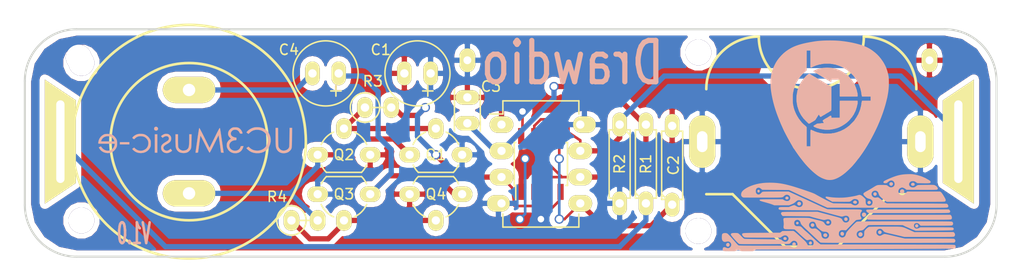
<source format=kicad_pcb>
(kicad_pcb (version 4) (host pcbnew "(after 2015-may-01 BZR unknown)-product")
  (layers (0 F.Cu signal) (31 B.Cu signal) (34 B.Paste user) (35 F.Paste user) (36 B.SilkS user) (37 F.SilkS user) (38 B.Mask user) (39 F.Mask user) (44 Edge.Cuts user))
  (net 0 "")
  (net 1 GND)
  (net 2 VCC)
  (net 3 "Net-(C4-Pad2)")
  (net 4 "Net-(C4-Pad1)")
  (net 5 "Net-(P1-Pad1)")
  (net 6 "Net-(P4-Pad2)")
  (net 7 "Net-(Q1-Pad2)")
  (net 8 "Net-(P3-Pad1)")
  (net 9 "Net-(P5-Pad1)")
  (net 10 "Net-(P6-Pad1)")
  (net 11 "Net-(P7-Pad1)")
  (net 12 /pin5)
  (net 13 /pin2)
  (net 14 /pin7)
  (net 15 /pin3)
  (net 16 "Net-(Q3-Pad2)")
  (module Mounting_Holes:MountingHole_2-5mm (layer F.Cu) (at 61.976 78.232)
    (fp_text reference P7 hide)
    (fp_text value CONN_01X01)
    (pad 1 thru_hole circle (at 0 0) (size 2.5 2.5) (drill 2.5) (layers) (net 11 "Net-(P7-Pad1)"))
  )
  (module drawdio:RS_mini_speaker_724-3100 (layer F.Cu) (at 72.644 86.36 90)
    (fp_text reference P4 hide)
    (fp_text value CONN_01X02)
    (pad 1 thru_hole oval (at 5 0 90) (size 2.54 5.08) (drill 1.2) (layers *.Cu *.Mask F.SilkS) (net 3 "Net-(C4-Pad2)"))
    (pad 2 thru_hole oval (at -5 0 90) (size 2.54 5.08) (drill 1.2) (layers *.Cu *.Mask F.SilkS) (net 6 "Net-(P4-Pad2)"))
  )
  (module Capacitors_Elko_ThroughHole:Elko_vert_11.2x6.3mm_RM2.5 (layer F.Cu) (at 96.012 79.756 180)
    (fp_text reference C1 (at 4.826 2.286 180) (layer F.SilkS))
    (fp_text value CP)
    (fp_line (start 0.26924 -1.69926) (end 0.76962 -1.69926) (layer F.Cu) (width 0.15))
    (fp_line (start 0.26924 -1.69926) (end 0.26924 -2.19964) (layer F.Cu) (width 0.15))
    (fp_line (start -0.23114 -1.69926) (end 0.26924 -1.69926) (layer F.Cu) (width 0.15))
    (fp_line (start 0.26924 -1.69926) (end 0.26924 -1.30048) (layer F.Cu) (width 0.15))
    (fp_line (start 0.26924 -1.30048) (end 0.26924 -1.19888) (layer F.Cu) (width 0.15))
    (pad 2 thru_hole oval (at 2.54 0 180) (size 1.397 2.3) (drill 0.8128) (layers *.Cu *.Mask F.SilkS) (net 1 GND))
    (pad 1 thru_hole oval (at 0 0 180) (size 1.397 2.3) (drill 0.8128) (layers *.Cu *.Mask F.SilkS) (net 2 VCC))
  )
  (module Capacitors_ThroughHole:C_Rect_L4_W2.5_P2.5 (layer F.Cu) (at 99.568 84.582 90)
    (fp_text reference C3 (at 3.556 2.286 180) (layer F.SilkS))
    (fp_text value C)
    (pad 1 thru_hole oval (at 0 0 90) (size 1.397 2.3) (drill 0.8128) (layers *.Cu *.Mask F.SilkS) (net 13 /pin2))
    (pad 2 thru_hole oval (at 2.5 0 90) (size 1.397 2.3) (drill 0.8128) (layers *.Cu *.Mask F.SilkS) (net 1 GND))
  )
  (module Capacitors_Elko_ThroughHole:Elko_vert_11.2x6.3mm_RM2.5 (layer F.Cu) (at 87.122 79.756 180)
    (fp_text reference C4 (at 4.826 2.286 180) (layer F.SilkS))
    (fp_text value CP)
    (fp_line (start 0.26924 -1.69926) (end 0.76962 -1.69926) (layer F.Cu) (width 0.15))
    (fp_line (start 0.26924 -1.69926) (end 0.26924 -2.19964) (layer F.Cu) (width 0.15))
    (fp_line (start -0.23114 -1.69926) (end 0.26924 -1.69926) (layer F.Cu) (width 0.15))
    (fp_line (start 0.26924 -1.69926) (end 0.26924 -1.30048) (layer F.Cu) (width 0.15))
    (fp_line (start 0.26924 -1.30048) (end 0.26924 -1.19888) (layer F.Cu) (width 0.15))
    (pad 2 thru_hole oval (at 2.54 0 180) (size 1.397 2.3) (drill 0.8128) (layers *.Cu *.Mask F.SilkS) (net 3 "Net-(C4-Pad2)"))
    (pad 1 thru_hole oval (at 0 0 180) (size 1.397 2.3) (drill 0.8128) (layers *.Cu *.Mask F.SilkS) (net 4 "Net-(C4-Pad1)"))
  )
  (module Discret:R3 (layer F.Cu) (at 116.84 88.519 90)
    (fp_text reference R1 (at 0 0 90) (layer F.SilkS))
    (fp_text value R)
    (pad 1 thru_hole oval (at -3.81 0 90) (size 2.3 1.397) (drill 0.8128) (layers *.Cu *.Mask F.SilkS) (net 5 "Net-(P1-Pad1)"))
    (pad 2 thru_hole oval (at 3.81 0 90) (size 2.3 1.397) (drill 0.8128) (layers *.Cu *.Mask F.SilkS) (net 13 /pin2))
  )
  (module Discret:R3 (layer F.Cu) (at 114.3 88.519 270)
    (fp_text reference R2 (at 0 0 270) (layer F.SilkS))
    (fp_text value R)
    (pad 1 thru_hole oval (at -3.81 0 270) (size 2.3 1.397) (drill 0.8128) (layers *.Cu *.Mask F.SilkS) (net 14 /pin7))
    (pad 2 thru_hole oval (at 3.81 0 270) (size 2.3 1.397) (drill 0.8128) (layers *.Cu *.Mask F.SilkS) (net 2 VCC))
  )
  (module Housings_DIP:DIP-8_W7.62mm_LongPads (layer F.Cu) (at 102.87 84.709)
    (fp_text reference U1 hide)
    (fp_text value LM555N)
    (pad 1 thru_hole oval (at 0 0) (size 2.3 1.6) (drill 0.8) (layers *.Cu *.Mask F.SilkS) (net 1 GND))
    (pad 2 thru_hole oval (at 0 2.54) (size 2.3 1.6) (drill 0.8) (layers *.Cu *.Mask F.SilkS) (net 13 /pin2))
    (pad 3 thru_hole oval (at 0 5.08) (size 2.3 1.6) (drill 0.8) (layers *.Cu *.Mask F.SilkS) (net 15 /pin3))
    (pad 4 thru_hole oval (at 0 7.62) (size 2.2 1.6) (drill 0.8 (offset -0.3 0)) (layers *.Cu *.Mask F.SilkS) (net 2 VCC))
    (pad 5 thru_hole oval (at 7.62 7.62) (size 2.3 1.6) (drill 0.8) (layers *.Cu *.Mask F.SilkS) (net 12 /pin5))
    (pad 6 thru_hole oval (at 7.62 5.08) (size 2.3 1.6) (drill 0.8) (layers *.Cu *.Mask F.SilkS) (net 13 /pin2))
    (pad 7 thru_hole oval (at 7.62 2.54) (size 2.3 1.6) (drill 0.8) (layers *.Cu *.Mask F.SilkS) (net 14 /pin7))
    (pad 8 thru_hole oval (at 7.62 0) (size 2.2 1.6) (drill 0.8 (offset 0.4 0)) (layers *.Cu *.Mask F.SilkS) (net 2 VCC))
  )
  (module Discret:R3 (layer F.Cu) (at 119.38 88.646 90)
    (fp_text reference C2 (at 0 0.127 90) (layer F.SilkS))
    (fp_text value C)
    (pad 1 thru_hole oval (at -3.81 0 90) (size 2.3 1.397) (drill 0.8128) (layers *.Cu *.Mask F.SilkS) (net 12 /pin5))
    (pad 2 thru_hole oval (at 3.81 0 90) (size 2.3 1.397) (drill 0.8128) (layers *.Cu *.Mask F.SilkS) (net 1 GND))
  )
  (module Housings_TO-92:TO-92_Molded_Wide_Oval (layer F.Cu) (at 93.98 87.63)
    (fp_text reference Q1 (at 2.54 0) (layer F.SilkS))
    (fp_text value BC558)
    (pad 2 thru_hole oval (at 2.54 -2.54 90) (size 1.99898 1.50114) (drill 0.8) (layers *.Cu *.Mask F.SilkS) (net 7 "Net-(Q1-Pad2)"))
    (pad 1 thru_hole oval (at 0 0 90) (size 1.50114 1.99898) (drill 0.8) (layers *.Cu *.Mask F.SilkS) (net 6 "Net-(P4-Pad2)"))
    (pad 3 thru_hole oval (at 5.08 0 90) (size 1.50114 1.99898) (drill 0.8) (layers *.Cu *.Mask F.SilkS) (net 2 VCC))
  )
  (module Housings_TO-92:TO-92_Molded_Wide_Oval (layer F.Cu) (at 85.09 87.63)
    (fp_text reference Q2 (at 2.54 0) (layer F.SilkS))
    (fp_text value BC547)
    (pad 2 thru_hole oval (at 2.54 -2.54 90) (size 1.99898 1.50114) (drill 0.8) (layers *.Cu *.Mask F.SilkS) (net 7 "Net-(Q1-Pad2)"))
    (pad 1 thru_hole oval (at 0 0 90) (size 1.50114 1.99898) (drill 0.8) (layers *.Cu *.Mask F.SilkS) (net 6 "Net-(P4-Pad2)"))
    (pad 3 thru_hole oval (at 5.08 0 90) (size 1.50114 1.99898) (drill 0.8) (layers *.Cu *.Mask F.SilkS) (net 1 GND))
  )
  (module Housings_TO-92:TO-92_Molded_Wide_Oval (layer F.Cu) (at 90.17 91.44 180)
    (fp_text reference Q3 (at 2.54 0 180) (layer F.SilkS))
    (fp_text value BC558)
    (pad 2 thru_hole oval (at 2.54 -2.54 270) (size 1.99898 1.50114) (drill 0.8) (layers *.Cu *.Mask F.SilkS) (net 16 "Net-(Q3-Pad2)"))
    (pad 1 thru_hole oval (at 0 0 270) (size 1.50114 1.99898) (drill 0.8) (layers *.Cu *.Mask F.SilkS) (net 4 "Net-(C4-Pad1)"))
    (pad 3 thru_hole oval (at 5.08 0 270) (size 1.50114 1.99898) (drill 0.8) (layers *.Cu *.Mask F.SilkS) (net 2 VCC))
  )
  (module Housings_TO-92:TO-92_Molded_Wide_Oval (layer F.Cu) (at 99.06 91.44 180)
    (fp_text reference Q4 (at 2.54 0 180) (layer F.SilkS))
    (fp_text value BC547)
    (pad 2 thru_hole oval (at 2.54 -2.54 270) (size 1.99898 1.50114) (drill 0.8) (layers *.Cu *.Mask F.SilkS) (net 16 "Net-(Q3-Pad2)"))
    (pad 1 thru_hole oval (at 0 0 270) (size 1.50114 1.99898) (drill 0.8) (layers *.Cu *.Mask F.SilkS) (net 4 "Net-(C4-Pad1)"))
    (pad 3 thru_hole oval (at 5.08 0 270) (size 1.50114 1.99898) (drill 0.8) (layers *.Cu *.Mask F.SilkS) (net 1 GND))
  )
  (module drawdio:CR2025_Keystone_3002_button_cell_holder_SMT (layer F.Cu) (at 132.842 86.36)
    (fp_text reference BT1 hide)
    (fp_text value BATTERY)
    (pad 1 thru_hole oval (at 10.5537 0) (size 2.54 5.08) (drill oval 1.016 2.032) (layers *.Cu *.Mask F.SilkS) (net 2 VCC))
    (pad 2 smd circle (at 0 0) (size 10 10) (layers F.Cu F.Paste F.Mask) (net 1 GND) (thermal_gap 4))
    (pad 1 thru_hole oval (at -10.5537 0) (size 2.54 5.08) (drill oval 1.016 2.032) (layers *.Cu *.Mask F.SilkS) (net 2 VCC))
  )
  (module Mounting_Holes:MountingHole_2-5mm (layer F.Cu) (at 121.92 94.996 90)
    (fp_text reference P3 hide)
    (fp_text value CONN_01X01)
    (pad 1 thru_hole circle (at 0 0 90) (size 2.5 2.5) (drill 2.5) (layers) (net 8 "Net-(P3-Pad1)"))
  )
  (module Mounting_Holes:MountingHole_2-5mm (layer F.Cu) (at 121.92 77.724)
    (fp_text reference P5 hide)
    (fp_text value CONN_01X01)
    (pad 1 thru_hole circle (at 0 0) (size 2.5 2.5) (drill 2.5) (layers) (net 9 "Net-(P5-Pad1)"))
  )
  (module Mounting_Holes:MountingHole_2-5mm (layer F.Cu) (at 62.23 93.98)
    (fp_text reference P6 hide)
    (fp_text value CONN_01X01)
    (pad 1 thru_hole circle (at 0 0) (size 2.5 2.5) (drill 2.5) (layers) (net 10 "Net-(P6-Pad1)"))
  )
  (module Mounting_Holes:MountingHole_2-5mm (layer F.Cu) (at 62.23 78.74)
    (fp_text reference P7 hide)
    (fp_text value CONN_01X01)
    (pad 1 thru_hole circle (at 0 0) (size 2.5 2.5) (drill 2.5) (layers) (net 11 "Net-(P7-Pad1)"))
  )
  (module drawdio:Drawdio_conn (layer F.Cu) (at 60.198 86.36 270)
    (fp_text reference P1 hide)
    (fp_text value CONN_01X01)
    (pad 1 thru_hole trapezoid (at 0 0 270) (size 10 3) (rect_delta 0 2) (drill oval 8 0.8) (layers *.Cu *.Mask F.SilkS) (net 5 "Net-(P1-Pad1)"))
  )
  (module drawdio:Drawdio_conn (layer F.Cu) (at 147.066 86.36 90)
    (fp_text reference P2 hide)
    (fp_text value CONN_01X01)
    (pad 1 thru_hole trapezoid (at 0 0 90) (size 10 3) (rect_delta 0 2) (drill oval 8 0.8) (layers *.Cu *.Mask F.SilkS) (net 14 /pin7))
  )
  (module Housings_SOIC:SOIC-8_3.9x4.9mm_Pitch1.27mm (layer F.Cu) (at 106.68 88.519 90)
    (fp_text reference P9 hide)
    (fp_text value CONN_02X04)
    (pad 1 smd rect (at -2.7 -1.905 90) (size 1.55 0.6) (layers F.Cu F.Paste F.Mask) (net 1 GND))
    (pad 2 smd rect (at -2.7 -0.635 90) (size 1.55 0.6) (layers F.Cu F.Paste F.Mask) (net 13 /pin2))
    (pad 3 smd rect (at -2.7 0.635 90) (size 1.55 0.6) (layers F.Cu F.Paste F.Mask) (net 15 /pin3))
    (pad 4 smd rect (at -2.7 1.905 90) (size 1.55 0.6) (layers F.Cu F.Paste F.Mask) (net 2 VCC))
    (pad 5 smd rect (at 2.7 1.905 90) (size 1.55 0.6) (layers F.Cu F.Paste F.Mask) (net 12 /pin5))
    (pad 6 smd rect (at 2.7 0.635 90) (size 1.55 0.6) (layers F.Cu F.Paste F.Mask) (net 13 /pin2))
    (pad 7 smd rect (at 2.7 -0.635 90) (size 1.55 0.6) (layers F.Cu F.Paste F.Mask) (net 14 /pin7))
    (pad 8 smd rect (at 2.7 -1.905 90) (size 1.55 0.6) (layers F.Cu F.Paste F.Mask) (net 2 VCC))
  )
  (module Discret:R1 (layer F.Cu) (at 90.932 83.058)
    (fp_text reference R3 (at -0.508 -2.54) (layer F.SilkS))
    (fp_text value R)
    (pad 1 thru_hole oval (at -1.27 0) (size 1.5 2) (drill 0.8128) (layers *.Cu *.Mask F.SilkS) (net 7 "Net-(Q1-Pad2)"))
    (pad 2 thru_hole oval (at 1.27 0) (size 1.5 2) (drill 0.8128) (layers *.Cu *.Mask F.SilkS) (net 15 /pin3))
  )
  (module Discret:R1 (layer F.Cu) (at 83.82 93.98)
    (fp_text reference R4 (at -2.667 -2.286) (layer F.SilkS))
    (fp_text value R)
    (pad 1 thru_hole oval (at -1.27 0) (size 1.5 2) (drill 0.8128) (layers *.Cu *.Mask F.SilkS) (net 16 "Net-(Q3-Pad2)"))
    (pad 2 thru_hole oval (at 1.27 0) (size 1.5 2) (drill 0.8128) (layers *.Cu *.Mask F.SilkS) (net 6 "Net-(P4-Pad2)"))
  )
  (module drawdio:AAA_cell_holder (layer F.Cu) (at 121.92 78.486)
    (fp_text reference P10 hide)
    (fp_text value CONN_01X02)
    (pad 1 thru_hole oval (at 22.35 0 90) (size 2.3 1.524) (drill 0.762) (layers *.Cu *.Mask F.SilkS) (net 1 GND))
    (pad 2 thru_hole oval (at -22.35 0 90) (size 2.3 1.524) (drill 0.762) (layers *.Cu *.Mask F.SilkS) (net 2 VCC))
  )
  (module uc3music_logos:logo_guitar_22.5x7.7mm_mirror (layer B.Cu) (at 135.636 92.964 180)
    (fp_text reference G*** hide)
    (fp_text value LOGO hide)
  )
  (module uc3music_logos:logo_pick_15x15mm (layer B.Cu) (at 134.62 83.312 180)
    (fp_text reference G*** hide)
    (fp_text value LOGO hide)
  )
  (module uc3music_logos:logo_text_20x3.5mm (layer B.Cu) (at 73.152 86.36 180)
    (fp_text reference G*** hide)
    (fp_text value LOGO hide)
  )
  (gr_text V1.0 (at 67.31 95.25) (layer B.SilkS) (effects (font (size 2 1) (thickness 0.25)) (justify mirror)))
  (gr_text Drawdio (at 109.728 78.74) (layer B.SilkS) (effects (font (size 4 3) (thickness 0.5)) (justify mirror)))
  (gr_line (start 61.759 75.487) (end 145.759 75.487) (angle 90) (layer Edge.Cuts) (width 0.2))
  (gr_line (start 150.759 80.487) (end 150.759 92.487) (angle 90) (layer Edge.Cuts) (width 0.2))
  (gr_line (start 145.759 97.487) (end 61.759 97.487) (angle 90) (layer Edge.Cuts) (width 0.2))
  (gr_line (start 56.759 92.487) (end 56.759 80.487) (angle 90) (layer Edge.Cuts) (width 0.2))
  (gr_arc (start 145.759 80.487) (end 145.759 75.487) (angle 90) (layer Edge.Cuts) (width 0.2))
  (gr_arc (start 145.759 92.487) (end 150.759 92.487) (angle 90) (layer Edge.Cuts) (width 0.2))
  (gr_arc (start 61.759 92.487) (end 61.759 97.487) (angle 90) (layer Edge.Cuts) (width 0.2))
  (gr_arc (start 61.759 80.487) (end 56.759 80.487) (angle 90) (layer Edge.Cuts) (width 0.2))
  (segment (start 104.775 91.219) (end 105.156 90.838) (width 0.254) (layer F.Cu) (net 1))
  (via (at 104.648 93.853) (size 0.889) (layers F.Cu B.Cu) (net 1))
  (segment (start 105.156 93.345) (end 104.648 93.853) (width 0.254) (layer B.Cu) (net 1))
  (segment (start 105.156 88.011) (end 105.156 93.345) (width 0.254) (layer B.Cu) (net 1))
  (via (at 105.156 88.011) (size 0.889) (layers F.Cu B.Cu) (net 1))
  (segment (start 105.156 90.838) (end 105.156 88.011) (width 0.254) (layer F.Cu) (net 1))
  (segment (start 104.775 85.819) (end 104.902 85.692) (width 0.254) (layer F.Cu) (net 2))
  (segment (start 104.902 85.692) (end 104.902 83.439) (width 0.254) (layer F.Cu) (net 2))
  (via (at 104.902 83.439) (size 0.889) (layers F.Cu B.Cu) (net 2))
  (segment (start 108.585 91.219) (end 108.458 91.346) (width 0.254) (layer F.Cu) (net 2))
  (segment (start 108.458 91.346) (end 108.458 92.075) (width 0.254) (layer F.Cu) (net 2))
  (segment (start 108.458 92.075) (end 106.68 93.853) (width 0.254) (layer F.Cu) (net 2))
  (via (at 106.68 93.853) (size 0.889) (layers F.Cu B.Cu) (net 2))
  (segment (start 72.644 81.36) (end 82.978 81.36) (width 0.508) (layer B.Cu) (net 3))
  (segment (start 82.978 81.36) (end 84.582 79.756) (width 0.508) (layer B.Cu) (net 3))
  (segment (start 89.408 80.01) (end 90.932 81.534) (width 0.508) (layer B.Cu) (net 4))
  (segment (start 89.408 80.01) (end 88.9 80.01) (width 0.508) (layer B.Cu) (net 4))
  (segment (start 87.376 80.01) (end 88.9 80.01) (width 0.508) (layer B.Cu) (net 4))
  (segment (start 92.202 89.408) (end 90.17 91.44) (width 0.508) (layer B.Cu) (net 4))
  (segment (start 92.202 87.122) (end 92.202 89.408) (width 0.508) (layer B.Cu) (net 4))
  (segment (start 90.932 85.852) (end 92.202 87.122) (width 0.508) (layer B.Cu) (net 4))
  (segment (start 90.932 85.598) (end 90.932 85.852) (width 0.508) (layer B.Cu) (net 4))
  (segment (start 90.932 81.534) (end 90.932 85.598) (width 0.508) (layer B.Cu) (net 4))
  (segment (start 87.376 80.01) (end 87.122 79.756) (width 0.508) (layer B.Cu) (net 4))
  (segment (start 91.948 89.662) (end 90.17 91.44) (width 0.508) (layer F.Cu) (net 4))
  (segment (start 98.298 91.44) (end 96.52 89.662) (width 0.508) (layer F.Cu) (net 4))
  (segment (start 96.52 89.662) (end 91.948 89.662) (width 0.508) (layer F.Cu) (net 4))
  (segment (start 99.06 91.44) (end 98.298 91.44) (width 0.508) (layer F.Cu) (net 4))
  (segment (start 60.198 86.36) (end 70.358 96.52) (width 0.508) (layer B.Cu) (net 5))
  (segment (start 116.84 93.98) (end 116.84 92.329) (width 0.508) (layer B.Cu) (net 5))
  (segment (start 114.3 96.52) (end 116.84 93.98) (width 0.508) (layer B.Cu) (net 5))
  (segment (start 70.358 96.52) (end 114.3 96.52) (width 0.508) (layer B.Cu) (net 5))
  (segment (start 116.84 92.329) (end 116.84 92.837) (width 0.508) (layer B.Cu) (net 5))
  (segment (start 82.47 91.36) (end 72.644 91.36) (width 0.508) (layer B.Cu) (net 6))
  (segment (start 85.09 87.63) (end 87.63 87.63) (width 0.508) (layer F.Cu) (net 6))
  (segment (start 92.456 86.106) (end 93.98 87.63) (width 0.508) (layer F.Cu) (net 6))
  (segment (start 89.154 86.106) (end 92.456 86.106) (width 0.508) (layer F.Cu) (net 6))
  (segment (start 87.63 87.63) (end 89.154 86.106) (width 0.508) (layer F.Cu) (net 6))
  (segment (start 82.47 91.36) (end 85.09 88.74) (width 0.508) (layer B.Cu) (net 6))
  (segment (start 85.09 88.74) (end 85.09 87.63) (width 0.508) (layer B.Cu) (net 6))
  (segment (start 82.47 91.36) (end 85.09 93.98) (width 0.508) (layer B.Cu) (net 6))
  (segment (start 71.12 91.36) (end 71.12 91.186) (width 0.508) (layer B.Cu) (net 6))
  (segment (start 89.662 83.058) (end 87.63 85.09) (width 0.508) (layer F.Cu) (net 7))
  (segment (start 96.52 85.09) (end 90.678 85.09) (width 0.508) (layer F.Cu) (net 7))
  (segment (start 90.678 85.09) (end 87.63 85.09) (width 0.508) (layer F.Cu) (net 7))
  (segment (start 119.38 92.456) (end 117.348 94.488) (width 0.508) (layer F.Cu) (net 12))
  (segment (start 112.649 94.488) (end 110.49 92.329) (width 0.508) (layer F.Cu) (net 12))
  (segment (start 117.348 94.488) (end 112.649 94.488) (width 0.508) (layer F.Cu) (net 12))
  (segment (start 108.585 85.819) (end 108.458 85.946) (width 0.254) (layer F.Cu) (net 12))
  (segment (start 108.458 85.946) (end 108.458 88.011) (width 0.254) (layer F.Cu) (net 12))
  (via (at 108.458 88.011) (size 0.889) (layers F.Cu B.Cu) (net 12))
  (segment (start 108.458 88.011) (end 108.458 93.853) (width 0.254) (layer B.Cu) (net 12))
  (via (at 108.458 93.853) (size 0.889) (layers F.Cu B.Cu) (net 12))
  (segment (start 108.458 93.853) (end 108.966 93.853) (width 0.254) (layer F.Cu) (net 12))
  (segment (start 108.966 93.853) (end 110.49 92.329) (width 0.254) (layer F.Cu) (net 12))
  (segment (start 108.712 89.789) (end 106.426 89.789) (width 0.254) (layer F.Cu) (net 13))
  (segment (start 106.426 89.789) (end 106.045 90.17) (width 0.254) (layer F.Cu) (net 13))
  (segment (start 110.49 89.789) (end 108.712 89.789) (width 0.254) (layer F.Cu) (net 13))
  (segment (start 108.712 89.789) (end 107.315 88.392) (width 0.254) (layer F.Cu) (net 13))
  (segment (start 114.3 89.789) (end 116.84 87.249) (width 0.508) (layer F.Cu) (net 13))
  (segment (start 110.49 89.789) (end 114.3 89.789) (width 0.508) (layer F.Cu) (net 13))
  (segment (start 102.235 87.249) (end 99.568 84.582) (width 0.508) (layer B.Cu) (net 13))
  (segment (start 116.84 84.709) (end 116.713 84.709) (width 0.508) (layer F.Cu) (net 13))
  (segment (start 116.713 84.709) (end 113.03 81.026) (width 0.508) (layer F.Cu) (net 13))
  (segment (start 113.03 81.026) (end 107.95 81.026) (width 0.508) (layer F.Cu) (net 13))
  (segment (start 106.045 90.17) (end 106.045 91.219) (width 0.254) (layer F.Cu) (net 13))
  (segment (start 107.315 88.392) (end 107.315 85.819) (width 0.254) (layer F.Cu) (net 13))
  (segment (start 116.84 87.249) (end 116.84 84.709) (width 0.508) (layer F.Cu) (net 13))
  (segment (start 102.87 87.249) (end 102.235 87.249) (width 0.508) (layer B.Cu) (net 13))
  (segment (start 107.95 82.169) (end 102.87 87.249) (width 0.508) (layer B.Cu) (net 13))
  (segment (start 107.95 81.026) (end 107.95 82.169) (width 0.508) (layer B.Cu) (net 13))
  (via (at 107.95 81.026) (size 0.889) (layers F.Cu B.Cu) (net 13))
  (segment (start 110.49 87.249) (end 110.49 86.233) (width 0.254) (layer F.Cu) (net 14))
  (segment (start 110.49 86.233) (end 109.347 85.471) (width 0.254) (layer F.Cu) (net 14))
  (segment (start 111.76 87.249) (end 113.03 87.249) (width 0.508) (layer F.Cu) (net 14))
  (segment (start 113.03 87.249) (end 114.3 85.979) (width 0.508) (layer F.Cu) (net 14))
  (segment (start 110.49 87.249) (end 111.76 87.249) (width 0.508) (layer F.Cu) (net 14))
  (segment (start 114.3 84.709) (end 114.3 84.328) (width 0.508) (layer B.Cu) (net 14))
  (segment (start 114.3 84.328) (end 118.618 80.01) (width 0.508) (layer B.Cu) (net 14))
  (segment (start 141.478 80.01) (end 147.066 85.598) (width 0.508) (layer B.Cu) (net 14))
  (segment (start 118.618 80.01) (end 141.478 80.01) (width 0.508) (layer B.Cu) (net 14))
  (segment (start 147.066 85.598) (end 147.066 86.36) (width 0.508) (layer B.Cu) (net 14))
  (segment (start 106.045 84.836) (end 106.045 85.819) (width 0.254) (layer F.Cu) (net 14))
  (segment (start 106.68 84.201) (end 106.045 84.836) (width 0.254) (layer F.Cu) (net 14))
  (segment (start 108.966 84.201) (end 106.68 84.201) (width 0.254) (layer F.Cu) (net 14))
  (segment (start 109.347 84.709) (end 108.966 84.201) (width 0.254) (layer F.Cu) (net 14))
  (segment (start 109.347 85.471) (end 109.347 84.709) (width 0.254) (layer F.Cu) (net 14))
  (segment (start 114.3 84.709) (end 114.3 84.455) (width 0.508) (layer B.Cu) (net 14))
  (segment (start 146.05 84.074) (end 146.05 86.36) (width 0.508) (layer B.Cu) (net 14))
  (segment (start 114.3 85.979) (end 114.3 84.709) (width 0.508) (layer F.Cu) (net 14))
  (segment (start 114.3 84.709) (end 114.3 84.201) (width 0.508) (layer B.Cu) (net 14))
  (segment (start 92.456 83.058) (end 93.218 83.82) (width 0.508) (layer F.Cu) (net 15))
  (segment (start 98.679 89.789) (end 96.52 87.63) (width 0.508) (layer F.Cu) (net 15))
  (segment (start 94.742 83.82) (end 93.218 83.82) (width 0.508) (layer F.Cu) (net 15))
  (segment (start 95.504 83.058) (end 94.742 83.82) (width 0.508) (layer F.Cu) (net 15))
  (via (at 95.504 83.058) (size 0.889) (layers F.Cu B.Cu) (net 15))
  (segment (start 94.742 83.82) (end 95.504 83.058) (width 0.508) (layer B.Cu) (net 15))
  (segment (start 94.742 85.852) (end 94.742 83.82) (width 0.508) (layer B.Cu) (net 15))
  (segment (start 96.52 87.63) (end 94.742 85.852) (width 0.508) (layer B.Cu) (net 15))
  (via (at 96.52 87.63) (size 0.889) (layers F.Cu B.Cu) (net 15))
  (segment (start 98.679 89.789) (end 102.87 89.789) (width 0.508) (layer F.Cu) (net 15))
  (segment (start 92.456 83.058) (end 92.202 83.058) (width 0.508) (layer F.Cu) (net 15))
  (segment (start 102.87 89.789) (end 102.87 89.789) (width 0.254) (layer F.Cu) (net 15))
  (segment (start 102.87 89.789) (end 103.886 90.805) (width 0.254) (layer F.Cu) (net 15))
  (segment (start 106.68 92.583) (end 107.315 91.948) (width 0.254) (layer F.Cu) (net 15))
  (segment (start 104.394 92.583) (end 106.68 92.583) (width 0.254) (layer F.Cu) (net 15))
  (segment (start 104.14 92.583) (end 104.394 92.583) (width 0.254) (layer F.Cu) (net 15))
  (segment (start 103.886 90.805) (end 104.14 92.583) (width 0.254) (layer F.Cu) (net 15))
  (segment (start 102.87 89.789) (end 102.362 89.789) (width 0.508) (layer F.Cu) (net 15))
  (segment (start 102.362 89.789) (end 102.87 89.789) (width 0.508) (layer F.Cu) (net 15))
  (segment (start 107.315 91.948) (end 107.315 91.219) (width 0.254) (layer F.Cu) (net 15))
  (segment (start 82.55 93.98) (end 84.328 95.758) (width 0.508) (layer F.Cu) (net 16))
  (segment (start 86.106 95.758) (end 87.63 94.234) (width 0.508) (layer F.Cu) (net 16))
  (segment (start 84.328 95.758) (end 86.106 95.758) (width 0.508) (layer F.Cu) (net 16))
  (segment (start 87.63 94.234) (end 87.63 93.98) (width 0.508) (layer F.Cu) (net 16))
  (segment (start 96.52 93.98) (end 87.63 93.98) (width 0.508) (layer F.Cu) (net 16))
  (zone (net 1) (net_name GND) (layer F.Cu) (connect_pads (clearance 0.508)) (min_thickness 0.254) (fill yes (arc_segments 16) (thermal_gap 0.508) (thermal_bridge_width 0.508))
    (polygon (pts (xy 153.416 99.06) (xy 54.356 99.06) (xy 54.356 73.66) (xy 153.416 73.66) (xy 153.416 99.06)))
  )
  (zone (net 2) (net_name VCC) (layer B.Cu) (connect_pads (clearance 0.508)) (min_thickness 0.254) (fill yes (arc_segments 16) (thermal_gap 0.508) (thermal_bridge_width 0.508))
    (polygon (pts (xy 153.416 99.06) (xy 54.356 99.06) (xy 54.356 73.66) (xy 153.416 73.66) (xy 153.416 99.06)))
  )
)
</source>
